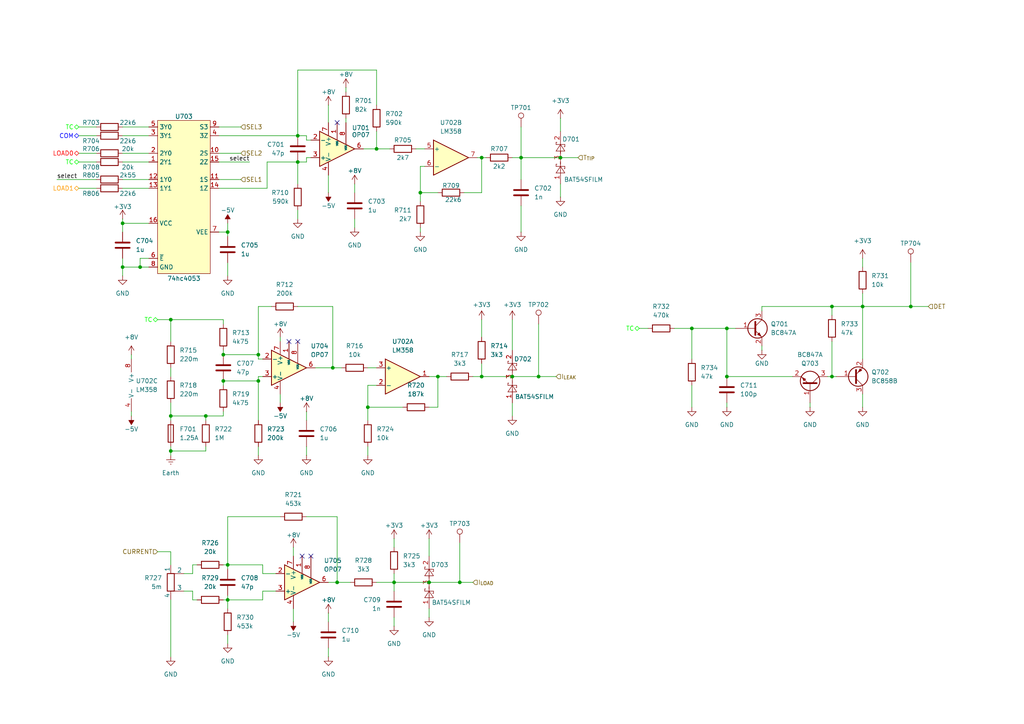
<source format=kicad_sch>
(kicad_sch (version 20231120) (generator "eeschema") (generator_version "8.0")
  (paper "A4")
  (junction (at 210.82 95.25))
  (junction (at 114.3 168.91))
  (junction (at 96.52 106.68))
  (junction (at 49.53 120.65))
  (junction (at 241.3 109.22))
  (junction (at 86.36 46.99))
  (junction (at 127 109.22))
  (junction (at 35.56 77.47))
  (junction (at 139.7 109.22))
  (junction (at 139.7 45.72))
  (junction (at 59.69 120.65))
  (junction (at 64.77 110.49))
  (junction (at 156.21 109.22))
  (junction (at 133.35 168.91))
  (junction (at 49.53 92.71))
  (junction (at 106.68 118.11))
  (junction (at 264.16 88.9))
  (junction (at 124.46 168.91))
  (junction (at 250.19 88.9))
  (junction (at 97.79 168.91))
  (junction (at 64.77 102.87))
  (junction (at 200.66 95.25))
  (junction (at 86.36 39.37))
  (junction (at 74.93 110.49))
  (junction (at 109.22 43.18))
  (junction (at 66.04 163.83))
  (junction (at 40.64 77.47))
  (junction (at 241.3 88.9))
  (junction (at 66.04 67.31))
  (junction (at 74.93 102.87))
  (junction (at 121.92 55.88))
  (junction (at 162.56 45.72))
  (junction (at 49.53 130.81))
  (junction (at 35.56 64.77))
  (junction (at 148.59 109.22))
  (junction (at 210.82 109.22))
  (junction (at 151.13 45.72))
  (junction (at 66.04 173.99))
  (no_connect (at 86.36 99.06))
  (no_connect (at 83.82 99.06))
  (no_connect (at 97.79 35.56))
  (no_connect (at 90.17 161.29))
  (no_connect (at 87.63 161.29))
  (wire (pts (xy 250.19 88.9) (xy 241.3 88.9)))
  (wire (pts (xy 49.53 92.71) (xy 49.53 99.06)))
  (wire (pts (xy 127 118.11) (xy 127 109.22)))
  (wire (pts (xy 148.59 116.84) (xy 148.59 120.65)))
  (wire (pts (xy 59.69 121.92) (xy 59.69 120.65)))
  (wire (pts (xy 156.21 109.22) (xy 161.29 109.22)))
  (wire (pts (xy 264.16 88.9) (xy 269.24 88.9)))
  (wire (pts (xy 162.56 53.34) (xy 162.56 57.15)))
  (wire (pts (xy 106.68 118.11) (xy 106.68 111.76)))
  (wire (pts (xy 148.59 45.72) (xy 151.13 45.72)))
  (wire (pts (xy 49.53 130.81) (xy 59.69 130.81)))
  (wire (pts (xy 124.46 176.53) (xy 124.46 179.07)))
  (wire (pts (xy 220.98 100.33) (xy 220.98 101.6)))
  (wire (pts (xy 102.87 63.5) (xy 102.87 66.04)))
  (wire (pts (xy 96.52 106.68) (xy 96.52 88.9)))
  (wire (pts (xy 105.41 43.18) (xy 109.22 43.18)))
  (wire (pts (xy 139.7 92.71) (xy 139.7 97.79)))
  (wire (pts (xy 185.42 95.25) (xy 187.96 95.25)))
  (wire (pts (xy 151.13 45.72) (xy 151.13 52.07)))
  (wire (pts (xy 59.69 129.54) (xy 59.69 130.81)))
  (wire (pts (xy 86.36 46.99) (xy 86.36 53.34)))
  (wire (pts (xy 162.56 45.72) (xy 167.64 45.72)))
  (wire (pts (xy 116.84 118.11) (xy 106.68 118.11)))
  (wire (pts (xy 241.3 91.44) (xy 241.3 88.9)))
  (wire (pts (xy 86.36 60.96) (xy 86.36 63.5)))
  (wire (pts (xy 85.09 161.29) (xy 85.09 158.75)))
  (wire (pts (xy 100.33 34.29) (xy 100.33 35.56)))
  (wire (pts (xy 22.86 54.61) (xy 27.94 54.61)))
  (wire (pts (xy 241.3 109.22) (xy 242.57 109.22)))
  (wire (pts (xy 53.34 166.37) (xy 55.88 166.37)))
  (wire (pts (xy 64.77 110.49) (xy 64.77 111.76)))
  (wire (pts (xy 151.13 45.72) (xy 162.56 45.72)))
  (wire (pts (xy 96.52 106.68) (xy 99.06 106.68)))
  (wire (pts (xy 74.93 104.14) (xy 74.93 102.87)))
  (wire (pts (xy 264.16 76.2) (xy 264.16 88.9)))
  (wire (pts (xy 88.9 39.37) (xy 86.36 39.37)))
  (wire (pts (xy 250.19 88.9) (xy 264.16 88.9)))
  (wire (pts (xy 35.56 46.99) (xy 43.18 46.99)))
  (wire (pts (xy 38.1 119.38) (xy 38.1 120.65)))
  (wire (pts (xy 49.53 121.92) (xy 49.53 120.65)))
  (wire (pts (xy 88.9 119.38) (xy 88.9 121.92)))
  (wire (pts (xy 35.56 52.07) (xy 43.18 52.07)))
  (wire (pts (xy 81.28 114.3) (xy 81.28 116.84)))
  (wire (pts (xy 43.18 64.77) (xy 35.56 64.77)))
  (wire (pts (xy 241.3 88.9) (xy 220.98 88.9)))
  (wire (pts (xy 40.64 77.47) (xy 43.18 77.47)))
  (wire (pts (xy 66.04 163.83) (xy 66.04 149.86)))
  (wire (pts (xy 66.04 64.77) (xy 66.04 67.31)))
  (wire (pts (xy 100.33 26.67) (xy 100.33 25.4)))
  (wire (pts (xy 234.95 116.84) (xy 234.95 118.11)))
  (wire (pts (xy 45.72 92.71) (xy 49.53 92.71)))
  (wire (pts (xy 148.59 109.22) (xy 156.21 109.22)))
  (wire (pts (xy 210.82 109.22) (xy 210.82 95.25)))
  (wire (pts (xy 91.44 106.68) (xy 96.52 106.68)))
  (wire (pts (xy 95.25 50.8) (xy 95.25 55.88)))
  (wire (pts (xy 95.25 187.96) (xy 95.25 190.5)))
  (wire (pts (xy 66.04 163.83) (xy 66.04 165.1)))
  (wire (pts (xy 55.88 171.45) (xy 55.88 173.99)))
  (wire (pts (xy 76.2 173.99) (xy 66.04 173.99)))
  (wire (pts (xy 74.93 102.87) (xy 64.77 102.87)))
  (wire (pts (xy 109.22 20.32) (xy 86.36 20.32)))
  (wire (pts (xy 35.56 63.5) (xy 35.56 64.77)))
  (wire (pts (xy 64.77 92.71) (xy 49.53 92.71)))
  (wire (pts (xy 49.53 106.68) (xy 49.53 109.22)))
  (wire (pts (xy 35.56 74.93) (xy 35.56 77.47)))
  (wire (pts (xy 95.25 30.48) (xy 95.25 35.56)))
  (wire (pts (xy 35.56 54.61) (xy 43.18 54.61)))
  (wire (pts (xy 124.46 118.11) (xy 127 118.11)))
  (wire (pts (xy 121.92 55.88) (xy 121.92 58.42)))
  (wire (pts (xy 63.5 46.99) (xy 72.39 46.99)))
  (wire (pts (xy 139.7 109.22) (xy 148.59 109.22)))
  (wire (pts (xy 96.52 88.9) (xy 86.36 88.9)))
  (wire (pts (xy 55.88 166.37) (xy 55.88 163.83)))
  (wire (pts (xy 49.53 120.65) (xy 59.69 120.65)))
  (wire (pts (xy 49.53 173.99) (xy 49.53 190.5)))
  (wire (pts (xy 200.66 95.25) (xy 195.58 95.25)))
  (wire (pts (xy 109.22 168.91) (xy 114.3 168.91)))
  (wire (pts (xy 43.18 74.93) (xy 40.64 74.93)))
  (wire (pts (xy 66.04 184.15) (xy 66.04 186.69)))
  (wire (pts (xy 241.3 99.06) (xy 241.3 109.22)))
  (wire (pts (xy 35.56 44.45) (xy 43.18 44.45)))
  (wire (pts (xy 120.65 43.18) (xy 123.19 43.18)))
  (wire (pts (xy 80.01 171.45) (xy 76.2 171.45)))
  (wire (pts (xy 66.04 173.99) (xy 66.04 172.72)))
  (wire (pts (xy 148.59 92.71) (xy 148.59 101.6)))
  (wire (pts (xy 77.47 46.99) (xy 86.36 46.99)))
  (wire (pts (xy 64.77 173.99) (xy 66.04 173.99)))
  (wire (pts (xy 63.5 54.61) (xy 77.47 54.61)))
  (wire (pts (xy 88.9 45.72) (xy 88.9 46.99)))
  (wire (pts (xy 53.34 171.45) (xy 55.88 171.45)))
  (wire (pts (xy 55.88 173.99) (xy 57.15 173.99)))
  (wire (pts (xy 88.9 40.64) (xy 90.17 40.64)))
  (wire (pts (xy 63.5 52.07) (xy 69.85 52.07)))
  (wire (pts (xy 16.51 52.07) (xy 27.94 52.07)))
  (wire (pts (xy 134.62 55.88) (xy 139.7 55.88)))
  (wire (pts (xy 109.22 43.18) (xy 109.22 38.1)))
  (wire (pts (xy 80.01 166.37) (xy 76.2 166.37)))
  (wire (pts (xy 74.93 129.54) (xy 74.93 132.08)))
  (wire (pts (xy 121.92 66.04) (xy 121.92 67.31)))
  (wire (pts (xy 35.56 77.47) (xy 35.56 80.01)))
  (wire (pts (xy 210.82 118.11) (xy 210.82 116.84)))
  (wire (pts (xy 109.22 30.48) (xy 109.22 20.32)))
  (wire (pts (xy 97.79 168.91) (xy 101.6 168.91)))
  (wire (pts (xy 35.56 64.77) (xy 35.56 67.31)))
  (wire (pts (xy 64.77 120.65) (xy 64.77 119.38)))
  (wire (pts (xy 97.79 149.86) (xy 88.9 149.86)))
  (wire (pts (xy 55.88 163.83) (xy 57.15 163.83)))
  (wire (pts (xy 200.66 95.25) (xy 210.82 95.25)))
  (wire (pts (xy 66.04 76.2) (xy 66.04 80.01)))
  (wire (pts (xy 81.28 97.79) (xy 81.28 99.06)))
  (wire (pts (xy 85.09 180.34) (xy 85.09 176.53)))
  (wire (pts (xy 102.87 53.34) (xy 102.87 55.88)))
  (wire (pts (xy 139.7 55.88) (xy 139.7 45.72)))
  (wire (pts (xy 156.21 93.98) (xy 156.21 109.22)))
  (wire (pts (xy 40.64 74.93) (xy 40.64 77.47)))
  (wire (pts (xy 35.56 39.37) (xy 43.18 39.37)))
  (wire (pts (xy 63.5 44.45) (xy 69.85 44.45)))
  (wire (pts (xy 49.53 130.81) (xy 49.53 132.08)))
  (wire (pts (xy 88.9 40.64) (xy 88.9 39.37)))
  (wire (pts (xy 106.68 129.54) (xy 106.68 132.08)))
  (wire (pts (xy 139.7 45.72) (xy 138.43 45.72)))
  (wire (pts (xy 74.93 110.49) (xy 74.93 121.92)))
  (wire (pts (xy 49.53 116.84) (xy 49.53 120.65)))
  (wire (pts (xy 133.35 157.48) (xy 133.35 168.91)))
  (wire (pts (xy 97.79 168.91) (xy 97.79 149.86)))
  (wire (pts (xy 250.19 74.93) (xy 250.19 77.47)))
  (wire (pts (xy 121.92 55.88) (xy 127 55.88)))
  (wire (pts (xy 114.3 168.91) (xy 124.46 168.91)))
  (wire (pts (xy 66.04 67.31) (xy 66.04 68.58)))
  (wire (pts (xy 38.1 102.87) (xy 38.1 104.14)))
  (wire (pts (xy 133.35 168.91) (xy 137.16 168.91)))
  (wire (pts (xy 64.77 163.83) (xy 66.04 163.83)))
  (wire (pts (xy 250.19 85.09) (xy 250.19 88.9)))
  (wire (pts (xy 200.66 111.76) (xy 200.66 118.11)))
  (wire (pts (xy 66.04 149.86) (xy 81.28 149.86)))
  (wire (pts (xy 114.3 156.21) (xy 114.3 158.75)))
  (wire (pts (xy 74.93 109.22) (xy 76.2 109.22)))
  (wire (pts (xy 95.25 177.8) (xy 95.25 180.34)))
  (wire (pts (xy 240.03 109.22) (xy 241.3 109.22)))
  (wire (pts (xy 35.56 77.47) (xy 40.64 77.47)))
  (wire (pts (xy 86.36 39.37) (xy 63.5 39.37)))
  (wire (pts (xy 86.36 20.32) (xy 86.36 39.37)))
  (wire (pts (xy 250.19 88.9) (xy 250.19 104.14)))
  (wire (pts (xy 66.04 173.99) (xy 66.04 176.53)))
  (wire (pts (xy 64.77 101.6) (xy 64.77 102.87)))
  (wire (pts (xy 200.66 104.14) (xy 200.66 95.25)))
  (wire (pts (xy 124.46 168.91) (xy 133.35 168.91)))
  (wire (pts (xy 22.86 36.83) (xy 27.94 36.83)))
  (wire (pts (xy 124.46 156.21) (xy 124.46 161.29)))
  (wire (pts (xy 77.47 54.61) (xy 77.47 46.99)))
  (wire (pts (xy 210.82 95.25) (xy 213.36 95.25)))
  (wire (pts (xy 90.17 45.72) (xy 88.9 45.72)))
  (wire (pts (xy 106.68 106.68) (xy 109.22 106.68)))
  (wire (pts (xy 151.13 59.69) (xy 151.13 67.31)))
  (wire (pts (xy 114.3 166.37) (xy 114.3 168.91)))
  (wire (pts (xy 123.19 48.26) (xy 121.92 48.26)))
  (wire (pts (xy 127 109.22) (xy 124.46 109.22)))
  (wire (pts (xy 151.13 36.83) (xy 151.13 45.72)))
  (wire (pts (xy 106.68 111.76) (xy 109.22 111.76)))
  (wire (pts (xy 63.5 36.83) (xy 69.85 36.83)))
  (wire (pts (xy 59.69 120.65) (xy 64.77 120.65)))
  (wire (pts (xy 74.93 109.22) (xy 74.93 110.49)))
  (wire (pts (xy 76.2 163.83) (xy 66.04 163.83)))
  (wire (pts (xy 250.19 114.3) (xy 250.19 118.11)))
  (wire (pts (xy 139.7 109.22) (xy 139.7 105.41)))
  (wire (pts (xy 49.53 163.83) (xy 49.53 160.02)))
  (wire (pts (xy 64.77 93.98) (xy 64.77 92.71)))
  (wire (pts (xy 114.3 181.61) (xy 114.3 179.07)))
  (wire (pts (xy 121.92 48.26) (xy 121.92 55.88)))
  (wire (pts (xy 137.16 109.22) (xy 139.7 109.22)))
  (wire (pts (xy 76.2 166.37) (xy 76.2 163.83)))
  (wire (pts (xy 109.22 43.18) (xy 113.03 43.18)))
  (wire (pts (xy 49.53 129.54) (xy 49.53 130.81)))
  (wire (pts (xy 35.56 36.83) (xy 43.18 36.83)))
  (wire (pts (xy 22.86 44.45) (xy 27.94 44.45)))
  (wire (pts (xy 63.5 67.31) (xy 66.04 67.31)))
  (wire (pts (xy 114.3 168.91) (xy 114.3 171.45)))
  (wire (pts (xy 127 109.22) (xy 129.54 109.22)))
  (wire (pts (xy 106.68 118.11) (xy 106.68 121.92)))
  (wire (pts (xy 210.82 109.22) (xy 229.87 109.22)))
  (wire (pts (xy 22.86 46.99) (xy 27.94 46.99)))
  (wire (pts (xy 88.9 129.54) (xy 88.9 132.08)))
  (wire (pts (xy 139.7 45.72) (xy 140.97 45.72)))
  (wire (pts (xy 74.93 88.9) (xy 78.74 88.9)))
  (wire (pts (xy 76.2 104.14) (xy 74.93 104.14)))
  (wire (pts (xy 162.56 34.29) (xy 162.56 38.1)))
  (wire (pts (xy 95.25 168.91) (xy 97.79 168.91)))
  (wire (pts (xy 49.53 160.02) (xy 45.72 160.02)))
  (wire (pts (xy 22.86 39.37) (xy 27.94 39.37)))
  (wire (pts (xy 74.93 110.49) (xy 64.77 110.49)))
  (wire (pts (xy 88.9 46.99) (xy 86.36 46.99)))
  (wire (pts (xy 76.2 171.45) (xy 76.2 173.99)))
  (wire (pts (xy 74.93 88.9) (xy 74.93 102.87)))
  (wire (pts (xy 220.98 88.9) (xy 220.98 90.17)))
  (label "select" (at 72.39 46.99 180))
  (label "select" (at 16.51 52.07 0))
  (hierarchical_label "TC" (shape bidirectional) (at 45.72 92.71 180))
  (hierarchical_label "I_{LOAD}" (shape input) (at 137.16 168.91 0))
  (hierarchical_label "TC" (shape bidirectional) (at 185.42 95.25 180))
  (hierarchical_label "SEL1" (shape input) (at 69.85 52.07 0))
  (hierarchical_label "SEL3" (shape input) (at 69.85 36.83 0))
  (hierarchical_label "T_{TIP}" (shape input) (at 167.64 45.72 0))
  (hierarchical_label "LOAD0" (shape bidirectional) (at 22.86 44.45 180))
  (hierarchical_label "TC" (shape bidirectional) (at 22.86 46.99 180))
  (hierarchical_label "SEL2" (shape input) (at 69.85 44.45 0))
  (hierarchical_label "LOAD1" (shape bidirectional) (at 22.86 54.61 180))
  (hierarchical_label "DET" (shape input) (at 269.24 88.9 0))
  (hierarchical_label "TC" (shape bidirectional) (at 22.86 36.83 180))
  (hierarchical_label "I_{LEAK}" (shape input) (at 161.29 109.22 0))
  (hierarchical_label "COM" (shape bidirectional) (at 22.86 39.37 180))
  (hierarchical_label "CURRENT" (shape input) (at 45.72 160.02 180))
  (symbol (lib_id "Device:R") (at 121.92 62.23 0) (unit 1)
    (property "Reference" "R711" (at 119.38 60.9599 0) (effects (justify right)))
    (property "Value" "2k7" (at 119.38 63.4999 0) (effects (justify right)))
    (property "Footprint" "Resistor_SMD:R_0603_1608Metric" (effects (hide yes)))
    (property "Description" "Resistor" (effects (hide yes)))
    (property "Digikey" "P2.70KHCT-ND" (effects (hide yes)))
  )
  (symbol (lib_id "Device:R") (at 82.55 88.9 90) (unit 1)
    (property "Reference" "R712" (at 82.55 82.55 90))
    (property "Value" "200k" (at 82.55 85.09 90))
    (property "Footprint" "Resistor_SMD:R_0603_1608Metric" (effects (hide yes)))
    (property "Description" "Resistor" (effects (hide yes)))
    (property "Digikey" "311-200KHRCT-ND" (effects (hide yes)))
  )
  (symbol (lib_id "Device:R_Shunt") (at 49.53 168.91 0) (unit 1) (exclude_from_sim yes)
    (property "Reference" "R727" (at 46.99 167.6399 0) (effects (justify right)))
    (property "Value" "5m" (at 46.99 170.1799 0) (effects (justify right)))
    (property "Footprint" "Resistor_SMD:R_Shunt_Vishay_WSKW0612" (effects (hide yes)))
    (property "Description" "Shunt resistor" (effects (hide yes)))
    (property "Digikey" "541-WSKW06125L000FEACT-ND" (effects (hide yes)))
  )
  (symbol (lib_id "Connector:TestPoint") (at 156.21 93.98 0) (unit 1)
    (property "Reference" "TP702" (at 153.162 88.392 0) (effects (justify left)))
    (property "Value" "I_LEAK" (effects (hide yes)))
    (property "Footprint" "TestPoint:TestPoint_Keystone_5015_Micro-Minature" (effects (hide yes)))
    (property "Description" "test point" (effects (hide yes)))
    (property "Digikey" "36-5015CT-ND" (effects (hide yes)))
  )
  (symbol (lib_id "Device:R") (at 31.75 54.61 90) (unit 1)
    (property "Reference" "R806" (at 26.416 56.134 90))
    (property "Value" "22k6" (at 37.084 56.134 90))
    (property "Footprint" "Resistor_SMD:R_0603_1608Metric" (effects (hide yes)))
    (property "Description" "Resistor" (effects (hide yes)))
    (property "Digikey" "P22.6KHCT-ND" (effects (hide yes)))
  )
  (symbol (lib_id "Device:Fuse") (at 49.53 125.73 0) (unit 1)
    (property "Reference" "F701" (at 52.07 124.4599 0) (effects (justify left)))
    (property "Value" "1.25A" (at 52.07 126.9999 0) (effects (justify left)))
    (property "Footprint" "Fuse:Fuse_0603_1608Metric" (effects (hide yes)))
    (property "Description" "Fuse" (effects (hide yes)))
    (property "Digikey" "507-1092-1-ND" (effects (hide yes)))
  )
  (symbol (lib_id "power:+8V") (at 85.09 158.75 0) (unit 1)
    (property "Reference" "#PWR0726" (effects (hide yes)))
    (property "Value" "+8V" (at 85.09 155.194 0))
    (property "Description" "Power symbol creates a global label with name \"+8V\"" (effects (hide yes)))
  )
  (symbol (lib_id "mylib_diodes:BAT54SFILM") (at 162.56 45.72 90) (unit 1) (exclude_from_sim yes)
    (property "Reference" "D701" (at 163.068 40.386 90) (effects (justify right)))
    (property "Value" "BAT54SFILM" (at 163.576 52.07 90) (effects (justify right)))
    (property "Footprint" "Package_TO_SOT_SMD:SOT-23" (effects (hide yes)))
    (property "Mouser" "511-BAT54SFILM" (effects (hide yes)))
    (property "Digikey" "497-2522-1-ND" (effects (hide yes)))
  )
  (symbol (lib_id "power:GND") (at 124.46 179.07 0) (unit 1)
    (property "Reference" "#PWR0731" (effects (hide yes)))
    (property "Value" "GND" (at 124.46 184.15 0))
    (property "Description" "Power symbol creates a global label with name \"GND\" , ground" (effects (hide yes)))
  )
  (symbol (lib_id "power:GND") (at 102.87 66.04 0) (unit 1)
    (property "Reference" "#PWR0710" (effects (hide yes)))
    (property "Value" "GND" (at 102.87 71.12 0))
    (property "Description" "Power symbol creates a global label with name \"GND\" , ground" (effects (hide yes)))
  )
  (symbol (lib_id "mylib_ic:OP07") (at 87.63 168.91 0) (unit 1)
    (property "Reference" "U705" (at 96.52 162.5914 0))
    (property "Value" "OP07" (at 96.52 165.1314 0))
    (property "Footprint" "Package_SO:SOIC-8_3.9x4.9mm_P1.27mm" (effects (hide yes)))
    (property "Datasheet" "https://www.analog.com/media/en/technical-documentation/data-sheets/OP07.pdf" (effects (hide yes)))
    (property "Description" "Single Ultra-Low Offset Voltage Operational Amplifier, DIP-8/SOIC-8" (effects (hide yes)))
    (property "Digikey" "296-14626-1-ND" (effects (hide yes)))
  )
  (symbol (lib_id "power:+8V") (at 95.25 30.48 0) (unit 1)
    (property "Reference" "#PWR0702" (effects (hide yes)))
    (property "Value" "+8V" (at 93.218 26.67 0) (effects (justify left)))
    (property "Description" "Power symbol creates a global label with name \"+8V\"" (effects (hide yes)))
  )
  (symbol (lib_id "Device:R") (at 86.36 57.15 0) (unit 1)
    (property "Reference" "R710" (at 83.82 55.8799 0) (effects (justify right)))
    (property "Value" "590k" (at 83.82 58.4199 0) (effects (justify right)))
    (property "Footprint" "Resistor_SMD:R_0603_1608Metric" (effects (hide yes)))
    (property "Description" "Resistor" (effects (hide yes)))
    (property "Digikey" "311-590KHRCT-ND" (effects (hide yes)))
  )
  (symbol (lib_id "power:-5V") (at 85.09 180.34 180) (unit 1)
    (property "Reference" "#PWR0732" (effects (hide yes)))
    (property "Value" "-5V" (at 85.09 184.15 0))
    (property "Description" "Power symbol creates a global label with name \"-5V\"" (effects (hide yes)))
  )
  (symbol (lib_id "Device:R") (at 133.35 109.22 270) (unit 1)
    (property "Reference" "R717" (at 133.35 102.87 90))
    (property "Value" "3k3" (at 133.35 105.41 90))
    (property "Footprint" "Resistor_SMD:R_0603_1608Metric" (effects (hide yes)))
    (property "Description" "Resistor" (effects (hide yes)))
    (property "Digikey" "311-3.30KHRCT-ND" (effects (hide yes)))
  )
  (symbol (lib_id "power:GND") (at 250.19 118.11 0) (unit 1)
    (property "Reference" "#PWR0742" (effects (hide yes)))
    (property "Value" "GND" (at 250.19 123.19 0))
    (property "Description" "Power symbol creates a global label with name \"GND\" , ground" (effects (hide yes)))
  )
  (symbol (lib_id "Device:R") (at 59.69 125.73 0) (unit 1)
    (property "Reference" "R722" (at 62.23 124.4599 0) (effects (justify left)))
    (property "Value" "1M" (at 62.23 126.9999 0) (effects (justify left)))
    (property "Footprint" "Resistor_SMD:R_0603_1608Metric" (effects (hide yes)))
    (property "Description" "Resistor" (effects (hide yes)))
    (property "Digikey" "P1.00MHCT-ND" (effects (hide yes)))
  )
  (symbol (lib_id "Device:R") (at 74.93 125.73 0) (unit 1)
    (property "Reference" "R723" (at 77.47 124.4599 0) (effects (justify left)))
    (property "Value" "200k" (at 77.47 126.9999 0) (effects (justify left)))
    (property "Footprint" "Resistor_SMD:R_0603_1608Metric" (effects (hide yes)))
    (property "Description" "Resistor" (effects (hide yes)))
    (property "Digikey" "311-200KHRCT-ND" (effects (hide yes)))
  )
  (symbol (lib_id "power:+8V") (at 102.87 53.34 0) (unit 1)
    (property "Reference" "#PWR0704" (effects (hide yes)))
    (property "Value" "+8V" (at 100.838 49.53 0) (effects (justify left)))
    (property "Description" "Power symbol creates a global label with name \"+8V\"" (effects (hide yes)))
  )
  (symbol (lib_id "Device:R") (at 139.7 101.6 0) (unit 1)
    (property "Reference" "R714" (at 142.24 100.3299 0) (effects (justify left)))
    (property "Value" "3k3" (at 142.24 102.8699 0) (effects (justify left)))
    (property "Footprint" "Resistor_SMD:R_0603_1608Metric" (effects (hide yes)))
    (property "Description" "Resistor" (effects (hide yes)))
    (property "Digikey" "311-3.30KHRCT-ND" (effects (hide yes)))
  )
  (symbol (lib_id "Device:R") (at 60.96 173.99 90) (unit 1)
    (property "Reference" "R729" (at 60.96 167.64 90))
    (property "Value" "20k" (at 60.96 170.18 90))
    (property "Footprint" "Resistor_SMD:R_0603_1608Metric" (effects (hide yes)))
    (property "Description" "Resistor" (effects (hide yes)))
    (property "Digikey" "P20.0KHCT-ND" (effects (hide yes)))
  )
  (symbol (lib_id "mylib_ic:74hc4053") (at 53.34 57.15 0) (unit 1)
    (property "Reference" "U703" (at 53.34 33.782 0))
    (property "Value" "74hc4053" (at 53.34 80.772 0))
    (property "Footprint" "Package_SO:TSSOP-16_4.4x5mm_P0.65mm" (effects (hide yes)))
    (property "Digikey" "296-12111-1-ND" (effects (hide yes)))
  )
  (symbol (lib_id "power:GND") (at 220.98 101.6 0) (unit 1)
    (property "Reference" "#PWR0738" (effects (hide yes)))
    (property "Value" "GND" (at 220.98 105.41 0))
    (property "Description" "Power symbol creates a global label with name \"GND\" , ground" (effects (hide yes)))
  )
  (symbol (lib_id "power:+3V3") (at 250.19 74.93 0) (unit 1)
    (property "Reference" "#PWR0733" (effects (hide yes)))
    (property "Value" "+3V3" (at 250.19 69.85 0))
    (property "Description" "Power symbol creates a global label with name \"+3V3\"" (effects (hide yes)))
  )
  (symbol (lib_id "Transistor_BJT:BC847") (at 234.95 111.76 270) (mirror x) (unit 1)
    (property "Reference" "Q703" (at 234.95 105.41 90))
    (property "Value" "BC847A" (at 234.95 102.87 90))
    (property "Footprint" "Package_TO_SOT_SMD:SOT-23" (effects (hide yes)))
    (property "Datasheet" "http://www.infineon.com/dgdl/Infineon-BC847SERIES_BC848SERIES_BC849SERIES_BC850SERIES-DS-v01_01-en.pdf?fileId=db3a304314dca389011541d4630a1657" (effects (hide yes)))
    (property "Description" "0.1A Ic, 45V Vce, NPN Transistor, SOT-23" (effects (hide yes)))
    (property "Digikey" "1727-4240-6-ND" (effects (hide yes)))
    (property "Sim.Library" "spice/Infineon-S_AFBJT.lib" (effects (hide yes)))
    (property "Sim.Name" "BC847" (effects (hide yes)))
    (property "Sim.Device" "NPN" (effects (hide yes)))
    (property "Sim.Type" "GUMMELPOON" (effects (hide yes)))
    (property "Sim.Pins" "1=B 2=E 3=C" (effects (hide yes)))
  )
  (symbol (lib_id "power:+3V3") (at 35.56 63.5 0) (unit 1)
    (property "Reference" "#PWR0706" (effects (hide yes)))
    (property "Value" "+3V3" (at 35.56 59.944 0))
    (property "Description" "Power symbol creates a global label with name \"+3V3\"" (effects (hide yes)))
  )
  (symbol (lib_id "Device:R") (at 116.84 43.18 90) (unit 1)
    (property "Reference" "R705" (at 116.84 40.64 90))
    (property "Value" "2k7" (at 116.84 45.72 90))
    (property "Footprint" "Resistor_SMD:R_0603_1608Metric" (effects (hide yes)))
    (property "Description" "Resistor" (effects (hide yes)))
    (property "Digikey" "P2.70KHCT-ND" (effects (hide yes)))
  )
  (symbol (lib_id "Connector:TestPoint") (at 151.13 36.83 0) (unit 1)
    (property "Reference" "TP701" (at 148.082 31.242 0) (effects (justify left)))
    (property "Value" "T_TIP" (effects (hide yes)))
    (property "Footprint" "TestPoint:TestPoint_Keystone_5015_Micro-Minature" (effects (hide yes)))
    (property "Description" "test point" (effects (hide yes)))
    (property "Digikey" "36-5015CT-ND" (effects (hide yes)))
  )
  (symbol (lib_id "power:GND") (at 210.82 118.11 0) (unit 1)
    (property "Reference" "#PWR0740" (effects (hide yes)))
    (property "Value" "GND" (at 210.82 123.19 0))
    (property "Description" "Power symbol creates a global label with name \"GND\" , ground" (effects (hide yes)))
  )
  (symbol (lib_id "power:GND") (at 66.04 80.01 0) (unit 1)
    (property "Reference" "#PWR0715" (effects (hide yes)))
    (property "Value" "GND" (at 66.04 85.09 0))
    (property "Description" "Power symbol creates a global label with name \"GND\" , ground" (effects (hide yes)))
  )
  (symbol (lib_id "Device:R") (at 114.3 162.56 0) (unit 1)
    (property "Reference" "R725" (at 116.84 161.2899 0) (effects (justify left)))
    (property "Value" "3k3" (at 116.84 163.8299 0) (effects (justify left)))
    (property "Footprint" "Resistor_SMD:R_0603_1608Metric" (effects (hide yes)))
    (property "Description" "Resistor" (effects (hide yes)))
    (property "Digikey" "311-3.30KHRCT-ND" (effects (hide yes)))
  )
  (symbol (lib_id "mylib_diodes:BAT54SFILM") (at 124.46 168.91 90) (unit 1) (exclude_from_sim yes)
    (property "Reference" "D703" (at 124.968 163.83 90) (effects (justify right)))
    (property "Value" "BAT54SFILM" (at 125.222 174.752 90) (effects (justify right)))
    (property "Footprint" "Package_TO_SOT_SMD:SOT-23" (effects (hide yes)))
    (property "Digikey" "497-2522-1-ND" (effects (hide yes)))
    (property "Mouser" "511-BAT54SFILM" (effects (hide yes)))
  )
  (symbol (lib_id "Amplifier_Operational:LM358") (at 40.64 111.76 0) (unit 3)
    (property "Reference" "U702" (at 39.37 110.4899 0) (effects (justify left)))
    (property "Value" "LM358" (at 39.37 113.0299 0) (effects (justify left)))
    (property "Footprint" "Package_SO:SOIC-8_3.9x4.9mm_P1.27mm" (effects (hide yes)))
    (property "Datasheet" "http://www.ti.com/lit/ds/symlink/lm2904-n.pdf" (effects (hide yes)))
    (property "Description" "Low-Power, Dual Operational Amplifiers, DIP-8/SOIC-8/TO-99-8" (effects (hide yes)))
    (property "Digikey" "296-LM358DRCT-ND" (effects (hide yes)))
  )
  (symbol (lib_id "Connector:TestPoint") (at 264.16 76.2 0) (unit 1)
    (property "Reference" "TP704" (at 261.112 70.612 0) (effects (justify left)))
    (property "Value" "DET" (effects (hide yes)))
    (property "Footprint" "TestPoint:TestPoint_Keystone_5015_Micro-Minature" (effects (hide yes)))
    (property "Description" "test point" (effects (hide yes)))
    (property "Digikey" "36-5015CT-ND" (effects (hide yes)))
  )
  (symbol (lib_id "mylib_diodes:BAT54SFILM") (at 148.59 109.22 90) (unit 1) (exclude_from_sim yes)
    (property "Reference" "D702" (at 149.098 104.14 90) (effects (justify right)))
    (property "Value" "BAT54SFILM" (at 149.352 115.062 90) (effects (justify right)))
    (property "Footprint" "Package_TO_SOT_SMD:SOT-23" (effects (hide yes)))
    (property "Digikey" "497-2522-1-ND" (effects (hide yes)))
    (property "Mouser" "511-BAT54SFILM" (effects (hide yes)))
  )
  (symbol (lib_id "Device:R") (at 105.41 168.91 270) (unit 1)
    (property "Reference" "R728" (at 105.41 162.56 90))
    (property "Value" "3k3" (at 105.41 165.1 90))
    (property "Footprint" "Resistor_SMD:R_0603_1608Metric" (effects (hide yes)))
    (property "Description" "Resistor" (effects (hide yes)))
    (property "Digikey" "311-3.30KHRCT-ND" (effects (hide yes)))
  )
  (symbol (lib_id "power:GND") (at 148.59 120.65 0) (unit 1)
    (property "Reference" "#PWR0723" (effects (hide yes)))
    (property "Value" "GND" (at 148.59 125.73 0))
    (property "Description" "Power symbol creates a global label with name \"GND\" , ground" (effects (hide yes)))
  )
  (symbol (lib_id "Amplifier_Operational:LM358") (at 116.84 109.22 0) (unit 1)
    (property "Reference" "U702" (at 116.84 99.06 0))
    (property "Value" "LM358" (at 116.84 101.6 0))
    (property "Footprint" "Package_SO:SOIC-8_3.9x4.9mm_P1.27mm" (effects (hide yes)))
    (property "Datasheet" "http://www.ti.com/lit/ds/symlink/lm2904-n.pdf" (effects (hide yes)))
    (property "Description" "Low-Power, Dual Operational Amplifiers, DIP-8/SOIC-8/TO-99-8" (effects (hide yes)))
    (property "Digikey" "296-LM358DRCT-ND" (effects (hide yes)))
  )
  (symbol (lib_id "mylib_ic:OP07") (at 97.79 43.18 0) (unit 1)
    (property "Reference" "U701" (at 104.648 37.084 0))
    (property "Value" "OP07" (at 104.648 39.116 0))
    (property "Footprint" "Package_SO:SOIC-8_3.9x4.9mm_P1.27mm" (effects (hide yes)))
    (property "Datasheet" "https://www.analog.com/media/en/technical-documentation/data-sheets/OP07.pdf" (effects (hide yes)))
    (property "Description" "Single Ultra-Low Offset Voltage Operational Amplifier, DIP-8/SOIC-8" (effects (hide yes)))
    (property "Digikey" "296-14626-1-ND" (effects (hide yes)))
  )
  (symbol (lib_id "power:+3V3") (at 139.7 92.71 0) (unit 1)
    (property "Reference" "#PWR0717" (effects (hide yes)))
    (property "Value" "+3V3" (at 139.7 88.392 0))
    (property "Description" "Power symbol creates a global label with name \"+3V3\"" (effects (hide yes)))
  )
  (symbol (lib_id "Device:R") (at 191.77 95.25 90) (unit 1)
    (property "Reference" "R732" (at 191.77 88.9 90))
    (property "Value" "470k" (at 191.77 91.44 90))
    (property "Footprint" "Resistor_SMD:R_0603_1608Metric" (effects (hide yes)))
    (property "Description" "Resistor" (effects (hide yes)))
    (property "Digikey" "311-470KHRCT-ND" (effects (hide yes)))
  )
  (symbol (lib_id "power:-5V") (at 81.28 116.84 180) (unit 1)
    (property "Reference" "#PWR0722" (effects (hide yes)))
    (property "Value" "-5V" (at 81.28 120.65 0))
    (property "Description" "Power symbol creates a global label with name \"-5V\"" (effects (hide yes)))
  )
  (symbol (lib_id "power:GND") (at 88.9 132.08 0) (unit 1)
    (property "Reference" "#PWR0716" (effects (hide yes)))
    (property "Value" "GND" (at 88.9 137.16 0))
    (property "Description" "Power symbol creates a global label with name \"GND\" , ground" (effects (hide yes)))
  )
  (symbol (lib_id "power:+8V") (at 88.9 119.38 0) (unit 1)
    (property "Reference" "#PWR0713" (effects (hide yes)))
    (property "Value" "+8V" (at 86.868 115.57 0) (effects (justify left)))
    (property "Description" "Power symbol creates a global label with name \"+8V\"" (effects (hide yes)))
  )
  (symbol (lib_id "Device:R") (at 31.75 44.45 90) (unit 1)
    (property "Reference" "R706" (at 26.416 43.18 90))
    (property "Value" "20k" (at 37.084 43.18 90))
    (property "Footprint" "Resistor_SMD:R_0603_1608Metric" (effects (hide yes)))
    (property "Description" "Resistor" (effects (hide yes)))
    (property "Digikey" "P20.0KHCT-ND" (effects (hide yes)))
  )
  (symbol (lib_id "power:-5V") (at 38.1 120.65 180) (unit 1)
    (property "Reference" "#PWR0721" (effects (hide yes)))
    (property "Value" "-5V" (at 38.1 124.46 0))
    (property "Description" "Power symbol creates a global label with name \"-5V\"" (effects (hide yes)))
  )
  (symbol (lib_id "Device:R") (at 120.65 118.11 90) (unit 1)
    (property "Reference" "R720" (at 120.65 111.76 90))
    (property "Value" "187k" (at 120.65 114.3 90))
    (property "Footprint" "Resistor_SMD:R_0603_1608Metric" (effects (hide yes)))
    (property "Description" "Resistor" (effects (hide yes)))
    (property "Digikey" "P187KHCT-ND" (effects (hide yes)))
  )
  (symbol (lib_id "Device:R") (at 31.75 39.37 90) (unit 1)
    (property "Reference" "R704" (at 26.416 40.894 90))
    (property "Value" "22k6" (at 37.084 40.894 90))
    (property "Footprint" "Resistor_SMD:R_0603_1608Metric" (effects (hide yes)))
    (property "Description" "Resistor" (effects (hide yes)))
    (property "Digikey" "P22.6KHCT-ND" (effects (hide yes)))
  )
  (symbol (lib_id "power:-5V") (at 66.04 64.77 0) (unit 1)
    (property "Reference" "#PWR0709" (effects (hide yes)))
    (property "Value" "-5V" (at 66.04 60.96 0))
    (property "Description" "Power symbol creates a global label with name \"-5V\"" (effects (hide yes)))
  )
  (symbol (lib_id "power:GND") (at 162.56 57.15 0) (unit 1)
    (property "Reference" "#PWR0707" (effects (hide yes)))
    (property "Value" "GND" (at 162.56 62.23 0))
    (property "Description" "Power symbol creates a global label with name \"GND\" , ground" (effects (hide yes)))
  )
  (symbol (lib_id "Device:C") (at 66.04 168.91 0) (unit 1)
    (property "Reference" "C708" (at 69.85 167.6399 0) (effects (justify left)))
    (property "Value" "47p" (at 69.85 170.1799 0) (effects (justify left)))
    (property "Footprint" "Capacitor_SMD:C_0603_1608Metric" (effects (hide yes)))
    (property "Description" "Unpolarized capacitor" (effects (hide yes)))
    (property "Digikey" "1276-1037-1-ND" (effects (hide yes)))
  )
  (symbol (lib_id "Device:C") (at 64.77 106.68 0) (unit 1)
    (property "Reference" "C707" (at 68.58 105.4099 0) (effects (justify left)))
    (property "Value" "47p" (at 68.58 107.9499 0) (effects (justify left)))
    (property "Footprint" "Capacitor_SMD:C_0603_1608Metric" (effects (hide yes)))
    (property "Description" "Unpolarized capacitor" (effects (hide yes)))
    (property "Digikey" "1276-1037-1-ND" (effects (hide yes)))
  )
  (symbol (lib_id "power:GND") (at 95.25 190.5 0) (unit 1)
    (property "Reference" "#PWR0737" (effects (hide yes)))
    (property "Value" "GND" (at 95.25 195.58 0))
    (property "Description" "Power symbol creates a global label with name \"GND\" , ground" (effects (hide yes)))
  )
  (symbol (lib_id "Device:R") (at 102.87 106.68 90) (unit 1)
    (property "Reference" "R716" (at 102.87 100.33 90))
    (property "Value" "10k" (at 102.87 102.87 90))
    (property "Footprint" "Resistor_SMD:R_0603_1608Metric" (effects (hide yes)))
    (property "Description" "Resistor" (effects (hide yes)))
    (property "Digikey" "311-10.0KHRCT-ND" (effects (hide yes)))
  )
  (symbol (lib_id "power:-5V") (at 95.25 55.88 180) (unit 1)
    (property "Reference" "#PWR0705" (effects (hide yes)))
    (property "Value" "-5V" (at 95.25 59.69 0))
    (property "Description" "Power symbol creates a global label with name \"-5V\"" (effects (hide yes)))
  )
  (symbol (lib_id "power:Earth") (at 49.53 132.08 0) (unit 1)
    (property "Reference" "#PWR0727" (effects (hide yes)))
    (property "Value" "Earth" (at 49.53 137.16 0))
    (property "Description" "Power symbol creates a global label with name \"Earth\"" (effects (hide yes)))
  )
  (symbol (lib_id "Device:R") (at 31.75 52.07 90) (unit 1)
    (property "Reference" "R805" (at 26.416 50.8 90))
    (property "Value" "2k55" (at 37.084 50.8 90))
    (property "Footprint" "Resistor_SMD:R_0603_1608Metric" (effects (hide yes)))
    (property "Description" "Resistor" (effects (hide yes)))
    (property "Digikey" "311-2.55KHRCT-ND" (effects (hide yes)))
  )
  (symbol (lib_id "Device:C") (at 151.13 55.88 0) (unit 1)
    (property "Reference" "C702" (at 154.94 54.6099 0) (effects (justify left)))
    (property "Value" "1n" (at 154.94 57.1499 0) (effects (justify left)))
    (property "Footprint" "Capacitor_SMD:C_0603_1608Metric" (effects (hide yes)))
    (property "Description" "Unpolarized capacitor" (effects (hide yes)))
    (property "Digikey" "399-C0603C102K5RAC7867CT-ND" (effects (hide yes)))
  )
  (symbol (lib_id "power:+8V") (at 95.25 177.8 0) (unit 1)
    (property "Reference" "#PWR0730" (effects (hide yes)))
    (property "Value" "+8V" (at 93.218 173.99 0) (effects (justify left)))
    (property "Description" "Power symbol creates a global label with name \"+8V\"" (effects (hide yes)))
  )
  (symbol (lib_id "power:+3V3") (at 124.46 156.21 0) (unit 1)
    (property "Reference" "#PWR0725" (effects (hide yes)))
    (property "Value" "+3V3" (at 124.46 152.4 0))
    (property "Description" "Power symbol creates a global label with name \"+3V3\"" (effects (hide yes)))
  )
  (symbol (lib_id "Device:R") (at 31.75 46.99 90) (unit 1)
    (property "Reference" "R708" (at 26.416 48.514 90))
    (property "Value" "20k" (at 37.084 48.514 90))
    (property "Footprint" "Resistor_SMD:R_0603_1608Metric" (effects (hide yes)))
    (property "Description" "Resistor" (effects (hide yes)))
    (property "Digikey" "P20.0KHCT-ND" (effects (hide yes)))
  )
  (symbol (lib_id "Device:C") (at 102.87 59.69 0) (unit 1)
    (property "Reference" "C703" (at 106.68 58.4199 0) (effects (justify left)))
    (property "Value" "1u" (at 106.68 60.9599 0) (effects (justify left)))
    (property "Footprint" "Capacitor_SMD:C_0603_1608Metric" (effects (hide yes)))
    (property "Description" "Unpolarized capacitor" (effects (hide yes)))
    (property "Digikey" "1276-1184-1-ND" (effects (hide yes)))
  )
  (symbol (lib_id "power:GND") (at 35.56 80.01 0) (unit 1)
    (property "Reference" "#PWR0714" (effects (hide yes)))
    (property "Value" "GND" (at 35.56 85.09 0))
    (property "Description" "Power symbol creates a global label with name \"GND\" , ground" (effects (hide yes)))
  )
  (symbol (lib_id "Device:R") (at 144.78 45.72 90) (unit 1)
    (property "Reference" "R707" (at 144.78 43.18 90))
    (property "Value" "2k2" (at 144.78 48.26 90))
    (property "Footprint" "Resistor_SMD:R_0603_1608Metric" (effects (hide yes)))
    (property "Description" "Resistor" (effects (hide yes)))
    (property "Digikey" "A129692CT-ND" (effects (hide yes)))
  )
  (symbol (lib_id "Device:R") (at 31.75 36.83 90) (unit 1)
    (property "Reference" "R703" (at 26.416 35.56 90))
    (property "Value" "22k6" (at 37.084 35.56 90))
    (property "Footprint" "Resistor_SMD:R_0603_1608Metric" (effects (hide yes)))
    (property "Description" "Resistor" (effects (hide yes)))
    (property "Digikey" "P22.6KHCT-ND" (effects (hide yes)))
  )
  (symbol (lib_id "Device:R") (at 49.53 102.87 0) (unit 1)
    (property "Reference" "R715" (at 52.07 101.5999 0) (effects (justify left)))
    (property "Value" "220m" (at 52.07 104.1399 0) (effects (justify left)))
    (property "Footprint" "Resistor_SMD:R_0603_1608Metric" (effects (hide yes)))
    (property "Description" "Resistor" (effects (hide yes)))
    (property "Digikey" "P.22AJCT-ND" (effects (hide yes)))
  )
  (symbol (lib_id "power:GND") (at 66.04 186.69 0) (unit 1)
    (property "Reference" "#PWR0735" (effects (hide yes)))
    (property "Value" "GND" (at 66.04 191.77 0))
    (property "Description" "Power symbol creates a global label with name \"GND\" , ground" (effects (hide yes)))
  )
  (symbol (lib_id "Device:C") (at 86.36 43.18 0) (mirror y) (unit 1)
    (property "Reference" "C701" (at 82.55 41.9099 0) (effects (justify left)))
    (property "Value" "47p" (at 82.55 44.4499 0) (effects (justify left)))
    (property "Footprint" "Capacitor_SMD:C_0603_1608Metric" (effects (hide yes)))
    (property "Description" "Unpolarized capacitor" (effects (hide yes)))
    (property "Digikey" "1276-1037-1-ND" (effects (hide yes)))
  )
  (symbol (lib_id "Amplifier_Operational:LM358") (at 130.81 45.72 0) (unit 2)
    (property "Reference" "U702" (at 130.81 35.56 0))
    (property "Value" "LM358" (at 130.81 38.1 0))
    (property "Footprint" "Package_SO:SOIC-8_3.9x4.9mm_P1.27mm" (effects (hide yes)))
    (property "Datasheet" "http://www.ti.com/lit/ds/symlink/lm2904-n.pdf" (effects (hide yes)))
    (property "Description" "Low-Power, Dual Operational Amplifiers, DIP-8/SOIC-8/TO-99-8" (effects (hide yes)))
    (property "Digikey" "296-LM358DRCT-ND" (effects (hide yes)))
  )
  (symbol (lib_id "power:GND") (at 114.3 181.61 0) (unit 1)
    (property "Reference" "#PWR0734" (effects (hide yes)))
    (property "Value" "GND" (at 114.3 186.69 0))
    (property "Description" "Power symbol creates a global label with name \"GND\" , ground" (effects (hide yes)))
  )
  (symbol (lib_id "Device:R") (at 64.77 97.79 0) (unit 1)
    (property "Reference" "R713" (at 67.31 96.5199 0) (effects (justify left)))
    (property "Value" "4k75" (at 67.31 99.0599 0) (effects (justify left)))
    (property "Footprint" "Resistor_SMD:R_0603_1608Metric" (effects (hide yes)))
    (property "Description" "Resistor" (effects (hide yes)))
    (property "Digikey" "P4.75KHCT-ND" (effects (hide yes)))
  )
  (symbol (lib_id "power:GND") (at 74.93 132.08 0) (unit 1)
    (property "Reference" "#PWR0728" (effects (hide yes)))
    (property "Value" "GND" (at 74.93 137.16 0))
    (property "Description" "Power symbol creates a global label with name \"GND\" , ground" (effects (hide yes)))
  )
  (symbol (lib_id "power:+8V") (at 38.1 102.87 0) (unit 1)
    (property "Reference" "#PWR0719" (effects (hide yes)))
    (property "Value" "+8V" (at 38.1 97.79 0))
    (property "Description" "Power symbol creates a global label with name \"+8V\"" (effects (hide yes)))
  )
  (symbol (lib_id "Device:R") (at 66.04 180.34 180) (unit 1)
    (property "Reference" "R730" (at 68.58 179.0699 0) (effects (justify right)))
    (property "Value" "453k" (at 68.58 181.6099 0) (effects (justify right)))
    (property "Footprint" "Resistor_SMD:R_0603_1608Metric" (effects (hide yes)))
    (property "Description" "Resistor" (effects (hide yes)))
    (property "Digikey" "P453KHCT-ND" (effects (hide yes)))
  )
  (symbol (lib_id "Device:R") (at 241.3 95.25 0) (unit 1)
    (property "Reference" "R733" (at 243.84 93.9799 0) (effects (justify left)))
    (property "Value" "47k" (at 243.84 96.5199 0) (effects (justify left)))
    (property "Footprint" "Resistor_SMD:R_0603_1608Metric" (effects (hide yes)))
    (property "Description" "Resistor" (effects (hide yes)))
    (property "Digikey" "311-47.0KHRCT-ND" (effects (hide yes)))
  )
  (symbol (lib_id "Device:R") (at 200.66 107.95 180) (unit 1)
    (property "Reference" "R734" (at 203.2 106.6799 0) (effects (justify right)))
    (property "Value" "47k" (at 203.2 109.2199 0) (effects (justify right)))
    (property "Footprint" "Resistor_SMD:R_0603_1608Metric" (effects (hide yes)))
    (property "Description" "Resistor" (effects (hide yes)))
    (property "Digikey" "311-47.0KHRCT-ND" (effects (hide yes)))
  )
  (symbol (lib_id "Device:R") (at 49.53 113.03 0) (unit 1)
    (property "Reference" "R718" (at 52.07 111.7599 0) (effects (justify left)))
    (property "Value" "220m" (at 52.07 114.2999 0) (effects (justify left)))
    (property "Footprint" "Resistor_SMD:R_0603_1608Metric" (effects (hide yes)))
    (property "Description" "Resistor" (effects (hide yes)))
    (property "Digikey" "P.22AJCT-ND" (effects (hide yes)))
  )
  (symbol (lib_id "Device:R") (at 250.19 81.28 180) (unit 1)
    (property "Reference" "R731" (at 252.73 80.0099 0) (effects (justify right)))
    (property "Value" "10k" (at 252.73 82.5499 0) (effects (justify right)))
    (property "Footprint" "Resistor_SMD:R_0603_1608Metric" (effects (hide yes)))
    (property "Description" "Resistor" (effects (hide yes)))
    (property "Digikey" "311-10.0KHRCT-ND" (effects (hide yes)))
  )
  (symbol (lib_id "Device:R") (at 60.96 163.83 90) (unit 1)
    (property "Reference" "R726" (at 60.96 157.48 90))
    (property "Value" "20k" (at 60.96 160.02 90))
    (property "Footprint" "Resistor_SMD:R_0603_1608Metric" (effects (hide yes)))
    (property "Description" "Resistor" (effects (hide yes)))
    (property "Digikey" "P20.0KHCT-ND" (effects (hide yes)))
  )
  (symbol (lib_id "Device:R") (at 109.22 34.29 0) (mirror y) (unit 1)
    (property "Reference" "R702" (at 111.76 33.0199 0) (effects (justify right)))
    (property "Value" "590k" (at 111.76 35.5599 0) (effects (justify right)))
    (property "Footprint" "Resistor_SMD:R_0603_1608Metric" (effects (hide yes)))
    (property "Description" "Resistor" (effects (hide yes)))
    (property "Digikey" "311-590KHRCT-ND" (effects (hide yes)))
  )
  (symbol (lib_id "mylib_ic:OP07") (at 83.82 106.68 0) (unit 1)
    (property "Reference" "U704" (at 92.71 100.3614 0))
    (property "Value" "OP07" (at 92.71 102.9014 0))
    (property "Footprint" "Package_SO:SOIC-8_3.9x4.9mm_P1.27mm" (effects (hide yes)))
    (property "Datasheet" "https://www.analog.com/media/en/technical-documentation/data-sheets/OP07.pdf" (effects (hide yes)))
    (property "Description" "Single Ultra-Low Offset Voltage Operational Amplifier, DIP-8/SOIC-8" (effects (hide yes)))
    (property "Digikey" "296-14626-1-ND" (effects (hide yes)))
  )
  (symbol (lib_id "power:GND") (at 49.53 190.5 0) (unit 1)
    (property "Reference" "#PWR0736" (effects (hide yes)))
    (property "Value" "GND" (at 49.53 195.58 0))
    (property "Description" "Power symbol creates a global label with name \"GND\" , ground" (effects (hide yes)))
  )
  (symbol (lib_id "Device:R") (at 64.77 115.57 0) (unit 1)
    (property "Reference" "R719" (at 67.31 114.2999 0) (effects (justify left)))
    (property "Value" "4k75" (at 67.31 116.8399 0) (effects (justify left)))
    (property "Footprint" "Resistor_SMD:R_0603_1608Metric" (effects (hide yes)))
    (property "Description" "Resistor" (effects (hide yes)))
    (property "Digikey" "P4.75KHCT-ND" (effects (hide yes)))
  )
  (symbol (lib_id "Transistor_BJT:BC847") (at 218.44 95.25 0) (unit 1)
    (property "Reference" "Q701" (at 223.52 93.9799 0) (effects (justify left)))
    (property "Value" "BC847A" (at 223.52 96.5199 0) (effects (justify left)))
    (property "Footprint" "Package_TO_SOT_SMD:SOT-23" (effects (hide yes)))
    (property "Datasheet" "http://www.infineon.com/dgdl/Infineon-BC847SERIES_BC848SERIES_BC849SERIES_BC850SERIES-DS-v01_01-en.pdf?fileId=db3a304314dca389011541d4630a1657" (effects (hide yes)))
    (property "Description" "0.1A Ic, 45V Vce, NPN Transistor, SOT-23" (effects (hide yes)))
    (property "Digikey" "1727-4240-6-ND" (effects (hide yes)))
    (property "Sim.Library" "spice/Infineon-S_AFBJT.lib" (effects (hide yes)))
    (property "Sim.Name" "BC847" (effects (hide yes)))
    (property "Sim.Device" "NPN" (effects (hide yes)))
    (property "Sim.Type" "GUMMELPOON" (effects (hide yes)))
    (property "Sim.Pins" "1=B 2=E 3=C" (effects (hide yes)))
  )
  (symbol (lib_id "Connector:TestPoint") (at 133.35 157.48 0) (unit 1)
    (property "Reference" "TP703" (at 130.302 151.892 0) (effects (justify left)))
    (property "Value" "I_LOAD" (effects (hide yes)))
    (property "Footprint" "TestPoint:TestPoint_Keystone_5015_Micro-Minature" (effects (hide yes)))
    (property "Description" "test point" (effects (hide yes)))
    (property "Digikey" "36-5015CT-ND" (effects (hide yes)))
  )
  (symbol (lib_id "Device:R") (at 85.09 149.86 90) (unit 1)
    (property "Reference" "R721" (at 85.09 143.51 90))
    (property "Value" "453k" (at 85.09 146.05 90))
    (property "Footprint" "Resistor_SMD:R_0603_1608Metric" (effects (hide yes)))
    (property "Description" "Resistor" (effects (hide yes)))
    (property "Digikey" "P453KHCT-ND" (effects (hide yes)))
  )
  (symbol (lib_id "Device:C") (at 210.82 113.03 0) (unit 1)
    (property "Reference" "C711" (at 214.63 111.7599 0) (effects (justify left)))
    (property "Value" "100p" (at 214.63 114.2999 0) (effects (justify left)))
    (property "Footprint" "Capacitor_SMD:C_0603_1608Metric" (effects (hide yes)))
    (property "Description" "Unpolarized capacitor" (effects (hide yes)))
    (property "Digikey" "1276-1008-1-ND" (effects (hide yes)))
  )
  (symbol (lib_id "Device:C") (at 66.04 72.39 0) (unit 1)
    (property "Reference" "C705" (at 69.85 71.1199 0) (effects (justify left)))
    (property "Value" "1u" (at 69.85 73.6599 0) (effects (justify left)))
    (property "Footprint" "Capacitor_SMD:C_0603_1608Metric" (effects (hide yes)))
    (property "Description" "Unpolarized capacitor" (effects (hide yes)))
    (property "Digikey" "1276-1184-1-ND" (effects (hide yes)))
  )
  (symbol (lib_id "Device:C") (at 114.3 175.26 0) (mirror y) (unit 1)
    (property "Reference" "C709" (at 110.49 173.9899 0) (effects (justify left)))
    (property "Value" "1n" (at 110.49 176.5299 0) (effects (justify left)))
    (property "Footprint" "Capacitor_SMD:C_0603_1608Metric" (effects (hide yes)))
    (property "Description" "Unpolarized capacitor" (effects (hide yes)))
    (property "Digikey" "399-C0603C102K5RAC7867CT-ND" (effects (hide yes)))
  )
  (symbol (lib_id "power:GND") (at 86.36 63.5 0) (unit 1)
    (property "Reference" "#PWR0708" (effects (hide yes)))
    (property "Value" "GND" (at 86.36 68.58 0))
    (property "Description" "Power symbol creates a global label with name \"GND\" , ground" (effects (hide yes)))
  )
  (symbol (lib_id "Device:C") (at 88.9 125.73 0) (unit 1)
    (property "Reference" "C706" (at 92.71 124.4599 0) (effects (justify left)))
    (property "Value" "1u" (at 92.71 126.9999 0) (effects (justify left)))
    (property "Footprint" "Capacitor_SMD:C_0603_1608Metric" (effects (hide yes)))
    (property "Description" "Unpolarized capacitor" (effects (hide yes)))
    (property "Digikey" "1276-1184-1-ND" (effects (hide yes)))
  )
  (symbol (lib_id "Device:R") (at 106.68 125.73 180) (unit 1)
    (property "Reference" "R724" (at 109.22 124.4599 0) (effects (justify right)))
    (property "Value" "10k" (at 109.22 126.9999 0) (effects (justify right)))
    (property "Footprint" "Resistor_SMD:R_0603_1608Metric" (effects (hide yes)))
    (property "Description" "Resistor" (effects (hide yes)))
    (property "Digikey" "311-10.0KHRCT-ND" (effects (hide yes)))
  )
  (symbol (lib_id "power:GND") (at 106.68 132.08 0) (unit 1)
    (property "Reference" "#PWR0729" (effects (hide yes)))
    (property "Value" "GND" (at 106.68 137.16 0))
    (property "Description" "Power symbol creates a global label with name \"GND\" , ground" (effects (hide yes)))
  )
  (symbol (lib_id "power:+8V") (at 81.28 97.79 0) (unit 1)
    (property "Reference" "#PWR0720" (effects (hide yes)))
    (property "Value" "+8V" (at 79.248 93.98 0) (effects (justify left)))
    (property "Description" "Power symbol creates a global label with name \"+8V\"" (effects (hide yes)))
  )
  (symbol (lib_id "power:GND") (at 121.92 67.31 0) (unit 1)
    (property "Reference" "#PWR0711" (effects (hide yes)))
    (property "Value" "GND" (at 121.92 72.39 0))
    (property "Description" "Power symbol creates a global label with name \"GND\" , ground" (effects (hide yes)))
  )
  (symbol (lib_id "Transistor_BJT:BC858") (at 247.65 109.22 0) (mirror x) (unit 1)
    (property "Reference" "Q702" (at 252.73 107.9499 0) (effects (justify left)))
    (property "Value" "BC858B" (at 252.73 110.4899 0) (effects (justify left)))
    (property "Footprint" "Package_TO_SOT_SMD:SOT-23" (effects (hide yes)))
    (property "Datasheet" "https://www.onsemi.com/pub/Collateral/BC860-D.pdf" (effects (hide yes)))
    (property "Description" "0.1A Ic, 30V Vce, PNP Transistor, SOT-23" (effects (hide yes)))
    (property "Digikey" "BC858BLT3GOSDKR-ND" (effects (hide yes)))
    (property "Sim.Library" "spice/Infineon-S_AFBJT.lib" (effects (hide yes)))
    (property "Sim.Name" "BC858" (effects (hide yes)))
    (property "Sim.Device" "PNP" (effects (hide yes)))
    (property "Sim.Pins" "1=B 2=E 3=C" (effects (hide yes)))
    (property "Sim.Type" "GUMMELPOON" (effects (hide yes)))
  )
  (symbol (lib_id "power:GND") (at 234.95 118.11 0) (unit 1)
    (property "Reference" "#PWR0741" (effects (hide yes)))
    (property "Value" "GND" (at 234.95 123.19 0))
    (property "Description" "Power symbol creates a global label with name \"GND\" , ground" (effects (hide yes)))
  )
  (symbol (lib_id "Device:C") (at 95.25 184.15 0) (unit 1)
    (property "Reference" "C710" (at 99.06 182.8799 0) (effects (justify left)))
    (property "Value" "1u" (at 99.06 185.4199 0) (effects (justify left)))
    (property "Footprint" "Capacitor_SMD:C_0603_1608Metric" (effects (hide yes)))
    (property "Description" "Unpolarized capacitor" (effects (hide yes)))
    (property "Digikey" "1276-1184-1-ND" (effects (hide yes)))
  )
  (symbol (lib_id "power:+8V") (at 100.33 25.4 0) (unit 1)
    (property "Reference" "#PWR0701" (effects (hide yes)))
    (property "Value" "+8V" (at 100.33 21.59 0))
    (property "Description" "Power symbol creates a global label with name \"+8V\"" (effects (hide yes)))
  )
  (symbol (lib_id "power:GND") (at 151.13 67.31 0) (unit 1)
    (property "Reference" "#PWR0712" (effects (hide yes)))
    (property "Value" "GND" (at 151.13 72.39 0))
    (property "Description" "Power symbol creates a global label with name \"GND\" , ground" (effects (hide yes)))
  )
  (symbol (lib_id "power:+3V3") (at 114.3 156.21 0) (unit 1)
    (property "Reference" "#PWR0724" (effects (hide yes)))
    (property "Value" "+3V3" (at 114.3 152.4 0))
    (property "Description" "Power symbol creates a global label with name \"+3V3\"" (effects (hide yes)))
  )
  (symbol (lib_id "power:GND") (at 200.66 118.11 0) (unit 1)
    (property "Reference" "#PWR0739" (effects (hide yes)))
    (property "Value" "GND" (at 200.66 123.19 0))
    (property "Description" "Power symbol creates a global label with name \"GND\" , ground" (effects (hide yes)))
  )
  (symbol (lib_id "power:+3V3") (at 148.59 92.71 0) (unit 1)
    (property "Reference" "#PWR0718" (effects (hide yes)))
    (property "Value" "+3V3" (at 148.59 88.392 0))
    (property "Description" "Power symbol creates a global label with name \"+3V3\"" (effects (hide yes)))
  )
  (symbol (lib_id "Device:C") (at 35.56 71.12 0) (unit 1)
    (property "Reference" "C704" (at 39.37 69.8499 0) (effects (justify left)))
    (property "Value" "1u" (at 39.37 72.3899 0) (effects (justify left)))
    (property "Footprint" "Capacitor_SMD:C_0603_1608Metric" (effects (hide yes)))
    (property "Description" "Unpolarized capacitor" (effects (hide yes)))
    (property "Digikey" "1276-1184-1-ND" (effects (hide yes)))
  )
  (symbol (lib_id "power:+3V3") (at 162.56 34.29 0) (unit 1)
    (property "Reference" "#PWR0703" (effects (hide yes)))
    (property "Value" "+3V3" (at 162.56 29.21 0))
    (property "Description" "Power symbol creates a global label with name \"+3V3\"" (effects (hide yes)))
  )
  (symbol (lib_id "Device:R") (at 130.81 55.88 90) (unit 1)
    (property "Reference" "R709" (at 128.27 53.848 90) (effects (justify right)))
    (property "Value" "22k6" (at 129.032 57.912 90) (effects (justify right)))
    (property "Footprint" "Resistor_SMD:R_0603_1608Metric" (effects (hide yes)))
    (property "Description" "Resistor" (effects (hide yes)))
    (property "Digikey" "P22.6KHCT-ND" (effects (hide yes)))
  )
  (symbol (lib_id "Device:R") (at 100.33 30.48 0) (mirror y) (unit 1)
    (property "Reference" "R701" (at 102.87 29.2099 0) (effects (justify right)))
    (property "Value" "82k" (at 102.87 31.7499 0) (effects (justify right)))
    (property "Footprint" "Resistor_SMD:R_0603_1608Metric" (effects (hide yes)))
    (property "Description" "Resistor" (effects (hide yes)))
    (property "Digikey" "311-82.0KHRCT-ND" (effects (hide yes)))
  )
)
</source>
